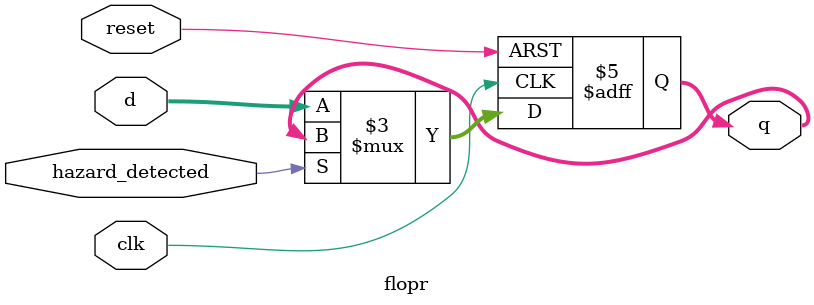
<source format=sv>
`timescale 1ns / 1ps


module flopr#
    (parameter WIDTH = 8)
    (input logic hazard_detected, clk, reset,
     input logic [WIDTH-1:0] d,
     output logic [WIDTH-1:0] q);

always_ff @(posedge clk, posedge reset)
    if (reset) q <= 0;
    else if (hazard_detected==0)
    		q <= d;
    
    
endmodule

</source>
